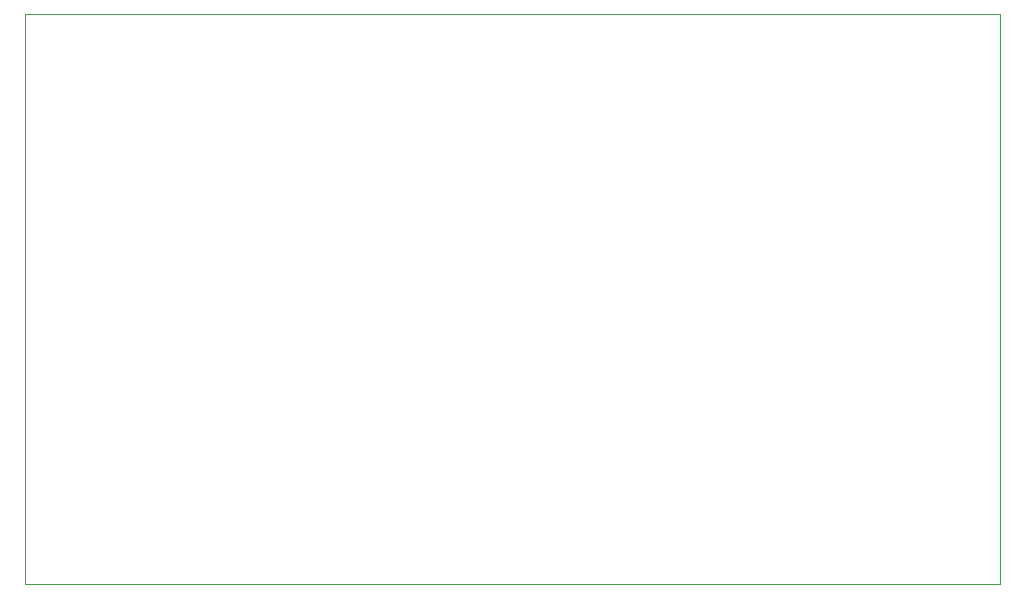
<source format=gbr>
G04 #@! TF.GenerationSoftware,KiCad,Pcbnew,(5.1.5-0-10_14)*
G04 #@! TF.CreationDate,2020-06-19T17:07:22+01:00*
G04 #@! TF.ProjectId,AIL_Workshop,41494c5f-576f-4726-9b73-686f702e6b69,rev?*
G04 #@! TF.SameCoordinates,Original*
G04 #@! TF.FileFunction,Profile,NP*
%FSLAX46Y46*%
G04 Gerber Fmt 4.6, Leading zero omitted, Abs format (unit mm)*
G04 Created by KiCad (PCBNEW (5.1.5-0-10_14)) date 2020-06-19 17:07:22*
%MOMM*%
%LPD*%
G04 APERTURE LIST*
%ADD10C,0.050000*%
G04 APERTURE END LIST*
D10*
X92710000Y-106680000D02*
X92710000Y-58420000D01*
X175260000Y-106680000D02*
X92710000Y-106680000D01*
X175260000Y-58420000D02*
X175260000Y-106680000D01*
X92710000Y-58420000D02*
X175260000Y-58420000D01*
M02*

</source>
